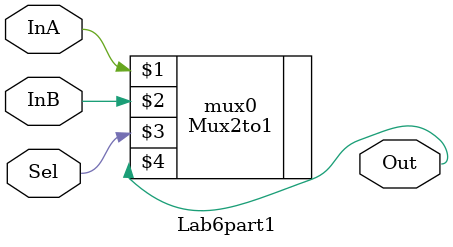
<source format=v>
/* ***************************************************************\
| Name of program : Lab6
| Author : Charles Heckel
| Date Created : 6/07/2018
| Date last updated : 6/07/2018
| Function : front man code for Mux2to1 module.  This module is
|		necessary for testing purposed
| Method : forwards the inputs and output signals to the Mux2to1
|		module
| Inputs :	InA	- one of two 1bit input signals to be chosen by Sel
|			InB	- one of two 1bit input signals to be chosen by Sel
|			Sel	- 1bit selector variable that determines output
| Output :	Out	- 1bit output chosen by selector bit
| Additional Comments : (Extras)
\*****************************************************************/

module Lab6part1(InA, InB, Sel, Out);
	// variables
	input InA, InB, Sel;
	output wire Out;
	
	// implementation
	Mux2to1 mux0(InA, InB, Sel, Out);
	
	
endmodule

</source>
